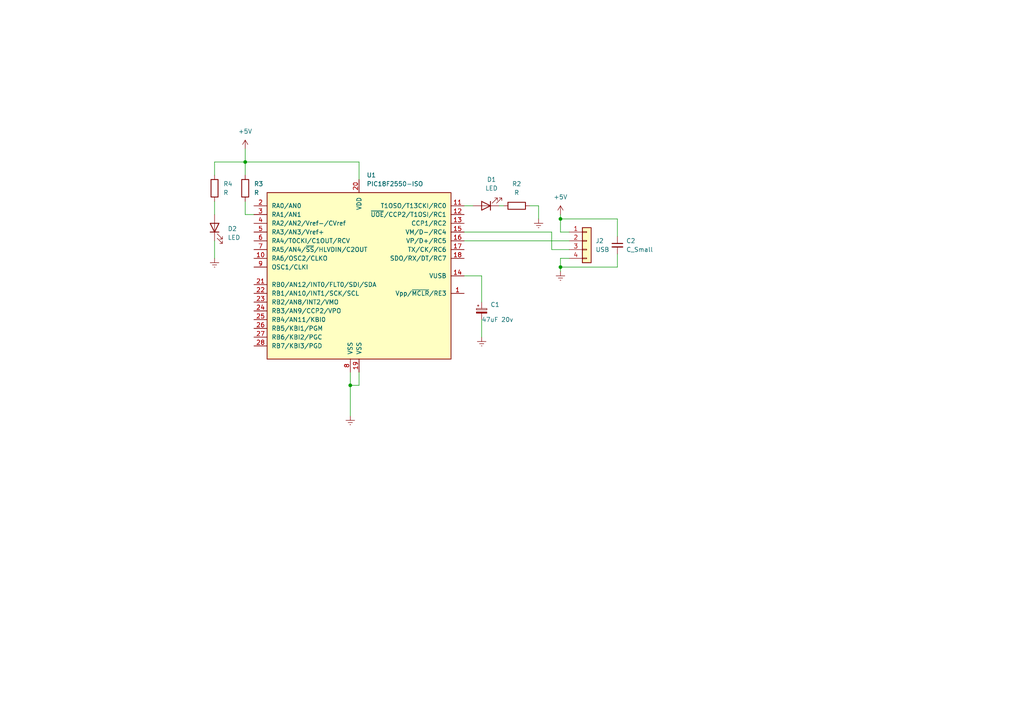
<source format=kicad_sch>
(kicad_sch (version 20230121) (generator eeschema)
  (paper "A4")
  (lib_symbols
    (symbol "Connector_Generic_MountingPin:Conn_01x04_MountingPin" (pin_names (offset 1.016) hide)
      (property "Reference" "J2" (at 2.54 -0.3556 0))
      (property "Value" "Conn_01x04_MountingPin" (at 2.54 -2.8956 0))
      (symbol "Conn_01x04_MountingPin_1_1"
        (rectangle (start -1.27 -4.953) (end 0 -5.207) (stroke (width 0.1524)))
        (rectangle (start -1.27 -2.413) (end 0 -2.667) (stroke (width 0.1524)))
        (rectangle (start -1.27 0.127) (end 0 -0.127) (stroke (width 0.1524)))
        (rectangle (start -1.27 2.667) (end 0 2.413) (stroke (width 0.1524)))
        (rectangle (start -1.27 3.81) (end 1.27 -6.35) (stroke (width 0.254)) (fill (type background)))
        (pin passive line (at -5.08 2.54 0) (length 3.81) (name "Pin_1") (number "1"))
        (pin passive line (at -5.08 0 0) (length 3.81) (name "Pin_2") (number "2"))
        (pin passive line (at -5.08 -2.54 0) (length 3.81) (name "Pin_3") (number "3"))
        (pin passive line (at -5.08 -5.08 0) (length 3.81) (name "Pin_4") (number "4"))
      )
    )
    (symbol "Device:C_Polarized_Small" (pin_numbers hide) (pin_names (offset 0.254) hide)
      (property "Reference" "C" (at 0.254 1.778 0))
      (property "Value" "C_Polarized_Small" (at 0.254 -2.032 0))
      (symbol "C_Polarized_Small_0_1"
        (rectangle (start -1.524 -0.3048) (end 1.524 -0.6858) (fill (type outline)))
        (rectangle (start -1.524 0.6858) (end 1.524 0.3048))
        (polyline (pts (xy -1.27 1.524) (xy -0.762 1.524)))
        (polyline (pts (xy -1.016 1.27) (xy -1.016 1.778)))
      )
      (symbol "C_Polarized_Small_1_1"
        (pin passive line (at 0 2.54 270) (length 1.8542) (name "~") (number "1"))
        (pin passive line (at 0 -2.54 90) (length 1.8542) (name "~") (number "2"))
      )
    )
    (symbol "Device:C_Small" (pin_numbers hide) (pin_names (offset 0.254) hide)
      (property "Reference" "C" (at 0.254 1.778 0))
      (property "Value" "C_Small" (at 0.254 -2.032 0))
      (symbol "C_Small_0_1"
        (polyline (pts (xy -1.524 -0.508) (xy 1.524 -0.508)) (stroke (width 0.3302)))
        (polyline (pts (xy -1.524 0.508) (xy 1.524 0.508)) (stroke (width 0.3048)))
      )
      (symbol "C_Small_1_1"
        (pin passive line (at 0 2.54 270) (length 2.032) (name "~") (number "1"))
        (pin passive line (at 0 -2.54 90) (length 2.032) (name "~") (number "2"))
      )
    )
    (symbol "Device:LED" (pin_numbers hide) (pin_names (offset 1.016) hide)
      (property "Reference" "D" (at 0 2.54 0))
      (property "Value" "LED" (at 0 -2.54 0))
      (symbol "LED_0_1"
        (polyline (pts (xy -1.27 -1.27) (xy -1.27 1.27)) (stroke (width 0.254)))
        (polyline (pts (xy -1.27 0) (xy 1.27 0)))
        (polyline (pts (xy 1.27 -1.27) (xy 1.27 1.27) (xy -1.27 0) (xy 1.27 -1.27)) (stroke (width 0.254)))
        (polyline (pts (xy -3.048 -0.762) (xy -4.572 -2.286) (xy -3.81 -2.286) (xy -4.572 -2.286) (xy -4.572 -1.524)))
        (polyline (pts (xy -1.778 -0.762) (xy -3.302 -2.286) (xy -2.54 -2.286) (xy -3.302 -2.286) (xy -3.302 -1.524)))
      )
      (symbol "LED_1_1"
        (pin passive line (at -3.81 0 0) (length 2.54) (name "K") (number "1"))
        (pin passive line (at 3.81 0 180) (length 2.54) (name "A") (number "2"))
      )
    )
    (symbol "Device:R" (pin_numbers hide) (pin_names (offset 0))
      (property "Reference" "R" (at 2.032 0 90))
      (property "Value" "R" (at 0 0 90))
      (symbol "R_0_1"
        (rectangle (start -1.016 -2.54) (end 1.016 2.54) (stroke (width 0.254)))
      )
      (symbol "R_1_1"
        (pin passive line (at 0 3.81 270) (length 1.27) (name "~") (number "1"))
        (pin passive line (at 0 -3.81 90) (length 1.27) (name "~") (number "2"))
      )
    )
    (symbol "MCU_Microchip_PIC18:PIC18F2550-ISO" (pin_names (offset 1.27))
      (property "Reference" "U" (at -25.4 25.4 0))
      (property "Value" "PIC18F2550-ISO" (at 16.51 -25.4 0))
      (symbol "PIC18F2550-ISO_0_1"
        (rectangle (start -26.67 24.13) (end 26.67 -24.13) (stroke (width 0.254)) (fill (type background)))
      )
      (symbol "PIC18F2550-ISO_1_1"
        (pin input line (at 30.48 -5.08 180) (length 3.81) (name "Vpp/~{MCLR}/RE3") (number "1"))
        (pin output line (at -30.48 5.08 0) (length 3.81) (name "RA6/OSC2/CLKO") (number "10"))
        (pin bidirectional line (at 30.48 20.32 180) (length 3.81) (name "T1OSO/T13CKI/RC0") (number "11"))
        (pin bidirectional line (at 30.48 17.78 180) (length 3.81) (name "~{UOE}/CCP2/T1OSI/RC1") (number "12"))
        (pin bidirectional line (at 30.48 15.24 180) (length 3.81) (name "CCP1/RC2") (number "13"))
        (pin bidirectional line (at 30.48 0 180) (length 3.81) (name "VUSB") (number "14"))
        (pin bidirectional line (at 30.48 12.7 180) (length 3.81) (name "VM/D-/RC4") (number "15"))
        (pin bidirectional line (at 30.48 10.16 180) (length 3.81) (name "VP/D+/RC5") (number "16"))
        (pin bidirectional line (at 30.48 7.62 180) (length 3.81) (name "TX/CK/RC6") (number "17"))
        (pin bidirectional line (at 30.48 5.08 180) (length 3.81) (name "SDO/RX/DT/RC7") (number "18"))
        (pin power_in line (at 0 -27.94 90) (length 3.81) (name "VSS") (number "19"))
        (pin bidirectional line (at -30.48 20.32 0) (length 3.81) (name "RA0/AN0") (number "2"))
        (pin power_in line (at 0 27.94 270) (length 3.81) (name "VDD") (number "20"))
        (pin bidirectional line (at -30.48 -2.54 0) (length 3.81) (name "RB0/AN12/INT0/FLT0/SDI/SDA") (number "21"))
        (pin bidirectional line (at -30.48 -5.08 0) (length 3.81) (name "RB1/AN10/INT1/SCK/SCL") (number "22"))
        (pin bidirectional line (at -30.48 -7.62 0) (length 3.81) (name "RB2/AN8/INT2/VMO") (number "23"))
        (pin bidirectional line (at -30.48 -10.16 0) (length 3.81) (name "RB3/AN9/CCP2/VPO") (number "24"))
        (pin bidirectional line (at -30.48 -12.7 0) (length 3.81) (name "RB4/AN11/KBI0") (number "25"))
        (pin bidirectional line (at -30.48 -15.24 0) (length 3.81) (name "RB5/KBI1/PGM") (number "26"))
        (pin bidirectional line (at -30.48 -17.78 0) (length 3.81) (name "RB6/KBI2/PGC") (number "27"))
        (pin bidirectional line (at -30.48 -20.32 0) (length 3.81) (name "RB7/KBI3/PGD") (number "28"))
        (pin bidirectional line (at -30.48 17.78 0) (length 3.81) (name "RA1/AN1") (number "3"))
        (pin bidirectional line (at -30.48 15.24 0) (length 3.81) (name "RA2/AN2/Vref-/CVref") (number "4"))
        (pin bidirectional line (at -30.48 12.7 0) (length 3.81) (name "RA3/AN3/Vref+") (number "5"))
        (pin bidirectional line (at -30.48 10.16 0) (length 3.81) (name "RA4/T0CKI/C1OUT/RCV") (number "6"))
        (pin bidirectional line (at -30.48 7.62 0) (length 3.81) (name "RA5/AN4/~{SS}/HLVDIN/C2OUT") (number "7"))
        (pin power_in line (at -2.54 -27.94 90) (length 3.81) (name "VSS") (number "8"))
        (pin input line (at -30.48 2.54 0) (length 3.81) (name "OSC1/CLKI") (number "9"))
      )
    )
    (symbol "power:+5V" (power) (pin_names (offset 0))
      (property "Value" "+5V" (at 0 3.556 0))
      (symbol "+5V_0_1"
        (polyline (pts (xy -0.762 1.27) (xy 0 2.54)))
        (polyline (pts (xy 0 0) (xy 0 2.54)))
        (polyline (pts (xy 0 2.54) (xy 0.762 1.27)))
      )
      (symbol "+5V_1_1"
        (pin power_in line (at 0 0 90) (length 0) hide (name "+5V") (number "1"))
      )
    )
    (symbol "power:GNDREF" (power) (pin_names (offset 0))
      (property "Value" "GNDREF" (at 0 -3.81 0))
      (symbol "GNDREF_0_1"
        (polyline (pts (xy -0.635 -1.905) (xy 0.635 -1.905)))
        (polyline (pts (xy -0.127 -2.54) (xy 0.127 -2.54)))
        (polyline (pts (xy 0 -1.27) (xy 0 0)))
        (polyline (pts (xy 1.27 -1.27) (xy -1.27 -1.27)))
      )
      (symbol "GNDREF_1_1"
        (pin power_in line (at 0 0 270) (length 0) hide (name "GNDREF") (number "1"))
      )
    )
  )
  (junction (at 101.6 111.76))
  (junction (at 162.56 77.47))
  (junction (at 71.12 46.99))
  (junction (at 162.56 63.5))
  (wire (pts (xy 139.7 92.71) (xy 139.7 97.79)))
  (wire (pts (xy 71.12 62.23) (xy 73.66 62.23)))
  (wire (pts (xy 162.56 74.93) (xy 165.1 74.93)))
  (wire (pts (xy 101.6 107.95) (xy 101.6 111.76)))
  (wire (pts (xy 62.23 58.42) (xy 62.23 62.23)))
  (wire (pts (xy 160.02 72.39) (xy 165.1 72.39)))
  (wire (pts (xy 62.23 46.99) (xy 71.12 46.99)))
  (wire (pts (xy 153.67 59.69) (xy 156.21 59.69)))
  (wire (pts (xy 179.07 73.66) (xy 179.07 77.47)))
  (wire (pts (xy 179.07 77.47) (xy 162.56 77.47)))
  (wire (pts (xy 156.21 59.69) (xy 156.21 63.5)))
  (wire (pts (xy 71.12 46.99) (xy 104.14 46.99)))
  (wire (pts (xy 134.62 80.01) (xy 139.7 80.01)))
  (wire (pts (xy 62.23 69.85) (xy 62.23 74.93)))
  (wire (pts (xy 162.56 62.23) (xy 162.56 63.5)))
  (wire (pts (xy 162.56 78.74) (xy 162.56 77.47)))
  (wire (pts (xy 162.56 63.5) (xy 179.07 63.5)))
  (wire (pts (xy 144.78 59.69) (xy 146.05 59.69)))
  (wire (pts (xy 101.6 111.76) (xy 101.6 120.65)))
  (wire (pts (xy 71.12 43.18) (xy 71.12 46.99)))
  (wire (pts (xy 71.12 58.42) (xy 71.12 62.23)))
  (wire (pts (xy 162.56 63.5) (xy 162.56 67.31)))
  (wire (pts (xy 104.14 107.95) (xy 104.14 111.76)))
  (wire (pts (xy 71.12 46.99) (xy 71.12 50.8)))
  (wire (pts (xy 134.62 59.69) (xy 137.16 59.69)))
  (wire (pts (xy 62.23 50.8) (xy 62.23 46.99)))
  (wire (pts (xy 179.07 68.58) (xy 179.07 63.5)))
  (wire (pts (xy 162.56 67.31) (xy 165.1 67.31)))
  (wire (pts (xy 162.56 77.47) (xy 162.56 74.93)))
  (wire (pts (xy 104.14 52.07) (xy 104.14 46.99)))
  (wire (pts (xy 134.62 69.85) (xy 165.1 69.85)))
  (wire (pts (xy 139.7 80.01) (xy 139.7 87.63)))
  (wire (pts (xy 104.14 111.76) (xy 101.6 111.76)))
  (wire (pts (xy 134.62 67.31) (xy 160.02 67.31)))
  (wire (pts (xy 160.02 67.31) (xy 160.02 72.39)))
  (symbol (lib_id "power:GNDREF") (at 62.23 74.93 0) (unit 1)
    (property "Reference" "#PWR07" (effects hide))
    (property "Value" "GNDREF" (effects hide))
  )
  (symbol (lib_id "Device:R") (at 149.86 59.69 90) (unit 1)
    (property "Reference" "R2" (at 149.86 53.34 90))
    (property "Value" "R" (at 149.86 55.88 90))
  )
  (symbol (lib_id "Device:R") (at 71.12 54.61 0) (unit 1)
    (property "Reference" "R3" (at 73.66 53.34 0) (effects (justify left)))
    (property "Value" "R" (at 73.66 55.88 0) (effects (justify left)))
  )
  (symbol (lib_id "power:+5V") (at 71.12 43.18 0) (unit 1)
    (property "Reference" "#PWR01" (effects hide))
    (property "Value" "+5V" (at 71.12 38.1 0))
  )
  (symbol (lib_id "MCU_Microchip_PIC18:PIC18F2550-ISO") (at 104.14 80.01 0) (unit 1)
    (property "Reference" "U1" (at 106.3341 50.8 0) (effects (justify left)))
    (property "Value" "PIC18F2550-ISO" (at 106.3341 53.34 0) (effects (justify left)))
    (property "Footprint" "Package_SO:SOIC-28W_7.5x17.9mm_P1.27mm" (effects hide))
    (property "Datasheet" "http://ww1.microchip.com/downloads/en/devicedoc/39632c.pdf" (effects hide))
  )
  (symbol (lib_id "Device:LED") (at 62.23 66.04 90) (unit 1)
    (property "Reference" "D2" (at 66.04 66.3575 90) (effects (justify right)))
    (property "Value" "LED" (at 66.04 68.8975 90) (effects (justify right)))
  )
  (symbol (lib_id "power:GNDREF") (at 162.56 78.74 0) (unit 1)
    (property "Reference" "#PWR05" (effects hide))
    (property "Value" "GNDREF" (effects hide))
  )
  (symbol (lib_id "Device:R") (at 62.23 54.61 0) (unit 1)
    (property "Reference" "R4" (at 64.77 53.34 0) (effects (justify left)))
    (property "Value" "R" (at 64.77 55.88 0) (effects (justify left)))
  )
  (symbol (lib_id "power:GNDREF") (at 101.6 120.65 0) (unit 1)
    (property "Reference" "#PWR02" (effects hide))
    (property "Value" "GNDREF" (effects hide))
  )
  (symbol (lib_id "power:+5V") (at 162.56 62.23 0) (unit 1)
    (property "Reference" "#PWR04" (effects hide))
    (property "Value" "+5V" (at 162.56 57.15 0))
  )
  (symbol (lib_id "power:GNDREF") (at 139.7 97.79 0) (unit 1)
    (property "Reference" "#PWR03" (effects hide))
    (property "Value" "GNDREF" (effects hide))
  )
  (symbol (lib_id "power:GNDREF") (at 156.21 63.5 0) (unit 1)
    (property "Reference" "#PWR06" (effects hide))
    (property "Value" "GNDREF" (effects hide))
  )
  (symbol (lib_id "Device:LED") (at 140.97 59.69 180) (unit 1)
    (property "Reference" "D1" (at 142.5575 52.07 0))
    (property "Value" "LED" (at 142.5575 54.61 0))
  )
  (symbol (lib_id "Device:C_Polarized_Small") (at 139.7 90.17 0) (unit 1)
    (property "Reference" "C1" (at 142.24 88.3539 0) (effects (justify left)))
    (property "Value" "47uF 20v" (at 139.7 92.71 0) (effects (justify left)))
  )
  (symbol (lib_id "Device:C_Small") (at 179.07 71.12 0) (unit 1)
    (property "Reference" "C2" (at 181.61 69.8563 0) (effects (justify left)))
    (property "Value" "C_Small" (at 181.61 72.3963 0) (effects (justify left)))
  )
  (symbol (lib_id "Connector_Generic_MountingPin:Conn_01x04_MountingPin") (at 170.18 69.85 0) (unit 1)
    (property "Reference" "J2" (at 172.72 69.85 0) (effects (justify left)))
    (property "Value" "USB" (at 172.72 72.39 0) (effects (justify left)))
  )
)
</source>
